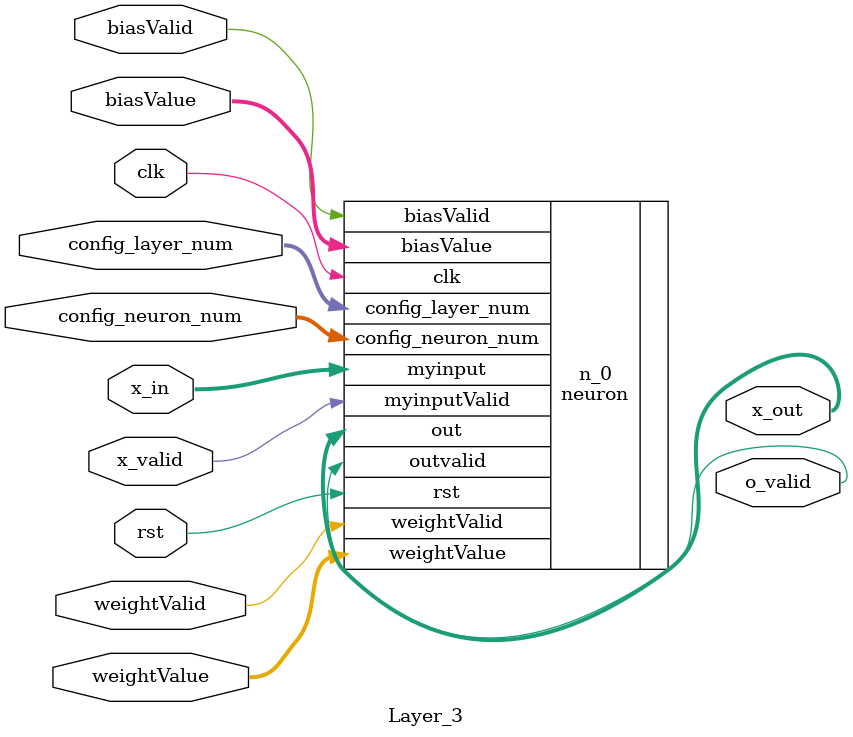
<source format=v>
module Layer_3 #(parameter NN = 1,numWeight=4,dataWidth=16,layerNum=1,sigmoidSize=10,weightIntWidth=4,actType="sigmoid")
    (
    input           clk,
    input           rst,
    input           weightValid,
    input           biasValid,
    input [31:0]    weightValue,
    input [31:0]    biasValue,
    input [31:0]    config_layer_num,
    input [31:0]    config_neuron_num,
    input           x_valid,
    input [dataWidth-1:0]    x_in,
    output [NN-1:0]     o_valid,
    output [NN*dataWidth-1:0]  x_out
    );
neuron #(.numWeight(numWeight),.layerNo(layerNum),.neuronNo(0),.dataWidth(dataWidth),.sigmoidSize(sigmoidSize),.weightIntWidth(weightIntWidth),.actType(actType),.weightFile("w_3_0.mif"),.biasFile("b_3_0.mif"))n_0(
        .clk(clk),
        .rst(rst),
        .myinput(x_in),
        .weightValid(weightValid),
        .biasValid(biasValid),
        .weightValue(weightValue),
        .biasValue(biasValue),
        .config_layer_num(config_layer_num),
        .config_neuron_num(config_neuron_num),
        .myinputValid(x_valid),
        .out(x_out[0*dataWidth+:dataWidth]),
        .outvalid(o_valid[0])
        );
endmodule
</source>
